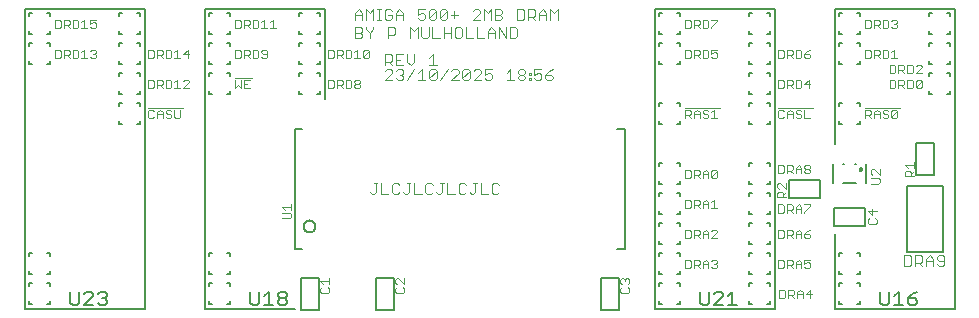
<source format=gto>
G75*
%MOIN*%
%OFA0B0*%
%FSLAX25Y25*%
%IPPOS*%
%LPD*%
%AMOC8*
5,1,8,0,0,1.08239X$1,22.5*
%
%ADD10C,0.00800*%
%ADD11C,0.00500*%
%ADD12C,0.00400*%
%ADD13C,0.00600*%
%ADD14C,0.00300*%
D10*
X0007200Y0007200D02*
X0047200Y0007200D01*
X0047200Y0107200D01*
X0007200Y0107200D01*
X0007200Y0007200D01*
X0067200Y0007200D02*
X0097200Y0007200D01*
X0067200Y0007200D02*
X0067200Y0107200D01*
X0107200Y0107200D01*
X0107200Y0077200D01*
X0217200Y0107200D02*
X0257200Y0107200D01*
X0257200Y0007200D01*
X0217200Y0007200D01*
X0217200Y0107200D01*
X0277200Y0107200D02*
X0277200Y0062200D01*
X0277200Y0032200D02*
X0277200Y0007200D01*
X0317200Y0007200D01*
X0317200Y0107200D01*
X0277200Y0107200D01*
D11*
X0292450Y0012954D02*
X0292450Y0009201D01*
X0293201Y0008450D01*
X0294702Y0008450D01*
X0295453Y0009201D01*
X0295453Y0012954D01*
X0297054Y0011453D02*
X0298555Y0012954D01*
X0298555Y0008450D01*
X0297054Y0008450D02*
X0300056Y0008450D01*
X0301658Y0009201D02*
X0302408Y0008450D01*
X0303910Y0008450D01*
X0304660Y0009201D01*
X0304660Y0009951D01*
X0303910Y0010702D01*
X0301658Y0010702D01*
X0301658Y0009201D01*
X0301658Y0010702D02*
X0303159Y0012203D01*
X0304660Y0012954D01*
X0244660Y0008450D02*
X0241658Y0008450D01*
X0243159Y0008450D02*
X0243159Y0012954D01*
X0241658Y0011453D01*
X0240056Y0011453D02*
X0240056Y0012203D01*
X0239306Y0012954D01*
X0237805Y0012954D01*
X0237054Y0012203D01*
X0235453Y0012954D02*
X0235453Y0009201D01*
X0234702Y0008450D01*
X0233201Y0008450D01*
X0232450Y0009201D01*
X0232450Y0012954D01*
X0237054Y0008450D02*
X0240056Y0011453D01*
X0240056Y0008450D02*
X0237054Y0008450D01*
X0094660Y0009201D02*
X0093910Y0008450D01*
X0092408Y0008450D01*
X0091658Y0009201D01*
X0091658Y0009951D01*
X0092408Y0010702D01*
X0093910Y0010702D01*
X0094660Y0009951D01*
X0094660Y0009201D01*
X0090056Y0008450D02*
X0087054Y0008450D01*
X0088555Y0008450D02*
X0088555Y0012954D01*
X0087054Y0011453D01*
X0085453Y0012954D02*
X0085453Y0009201D01*
X0084702Y0008450D01*
X0083201Y0008450D01*
X0082450Y0009201D01*
X0082450Y0012954D01*
X0091658Y0012203D02*
X0091658Y0011453D01*
X0092408Y0010702D01*
X0093910Y0010702D02*
X0094660Y0011453D01*
X0094660Y0012203D01*
X0093910Y0012954D01*
X0092408Y0012954D01*
X0091658Y0012203D01*
X0034660Y0012203D02*
X0034660Y0011453D01*
X0033910Y0010702D01*
X0034660Y0009951D01*
X0034660Y0009201D01*
X0033910Y0008450D01*
X0032408Y0008450D01*
X0031658Y0009201D01*
X0030056Y0008450D02*
X0027054Y0008450D01*
X0030056Y0011453D01*
X0030056Y0012203D01*
X0029306Y0012954D01*
X0027805Y0012954D01*
X0027054Y0012203D01*
X0025453Y0012954D02*
X0025453Y0009201D01*
X0024702Y0008450D01*
X0023201Y0008450D01*
X0022450Y0009201D01*
X0022450Y0012954D01*
X0031658Y0012203D02*
X0032408Y0012954D01*
X0033910Y0012954D01*
X0034660Y0012203D01*
X0033910Y0010702D02*
X0033159Y0010702D01*
D12*
X0122400Y0046001D02*
X0123001Y0045400D01*
X0123601Y0045400D01*
X0124202Y0046001D01*
X0124202Y0049003D01*
X0124802Y0049003D02*
X0123601Y0049003D01*
X0126083Y0049003D02*
X0126083Y0045400D01*
X0128485Y0045400D01*
X0129766Y0046001D02*
X0130367Y0045400D01*
X0131568Y0045400D01*
X0132168Y0046001D01*
X0133449Y0046001D02*
X0134050Y0045400D01*
X0134650Y0045400D01*
X0135251Y0046001D01*
X0135251Y0049003D01*
X0135851Y0049003D02*
X0134650Y0049003D01*
X0137133Y0049003D02*
X0137133Y0045400D01*
X0139535Y0045400D01*
X0140816Y0046001D02*
X0141416Y0045400D01*
X0142617Y0045400D01*
X0143218Y0046001D01*
X0144499Y0046001D02*
X0145099Y0045400D01*
X0145700Y0045400D01*
X0146300Y0046001D01*
X0146300Y0049003D01*
X0145700Y0049003D02*
X0146901Y0049003D01*
X0148182Y0049003D02*
X0148182Y0045400D01*
X0150584Y0045400D01*
X0151865Y0046001D02*
X0152466Y0045400D01*
X0153667Y0045400D01*
X0154267Y0046001D01*
X0155548Y0046001D02*
X0156149Y0045400D01*
X0156749Y0045400D01*
X0157350Y0046001D01*
X0157350Y0049003D01*
X0157950Y0049003D02*
X0156749Y0049003D01*
X0159231Y0049003D02*
X0159231Y0045400D01*
X0161633Y0045400D01*
X0162915Y0046001D02*
X0163515Y0045400D01*
X0164716Y0045400D01*
X0165317Y0046001D01*
X0162915Y0046001D02*
X0162915Y0048403D01*
X0163515Y0049003D01*
X0164716Y0049003D01*
X0165317Y0048403D01*
X0154267Y0048403D02*
X0153667Y0049003D01*
X0152466Y0049003D01*
X0151865Y0048403D01*
X0151865Y0046001D01*
X0143218Y0048403D02*
X0142617Y0049003D01*
X0141416Y0049003D01*
X0140816Y0048403D01*
X0140816Y0046001D01*
X0132168Y0048403D02*
X0131568Y0049003D01*
X0130367Y0049003D01*
X0129766Y0048403D01*
X0129766Y0046001D01*
X0129802Y0083400D02*
X0127400Y0083400D01*
X0129802Y0085802D01*
X0129802Y0086403D01*
X0129202Y0087003D01*
X0128001Y0087003D01*
X0127400Y0086403D01*
X0131083Y0086403D02*
X0131684Y0087003D01*
X0132885Y0087003D01*
X0133485Y0086403D01*
X0133485Y0085802D01*
X0132885Y0085202D01*
X0133485Y0084601D01*
X0133485Y0084001D01*
X0132885Y0083400D01*
X0131684Y0083400D01*
X0131083Y0084001D01*
X0132284Y0085202D02*
X0132885Y0085202D01*
X0134766Y0083400D02*
X0137168Y0087003D01*
X0138449Y0085802D02*
X0139650Y0087003D01*
X0139650Y0083400D01*
X0138449Y0083400D02*
X0140851Y0083400D01*
X0142133Y0084001D02*
X0144535Y0086403D01*
X0144535Y0084001D01*
X0143934Y0083400D01*
X0142733Y0083400D01*
X0142133Y0084001D01*
X0142133Y0086403D01*
X0142733Y0087003D01*
X0143934Y0087003D01*
X0144535Y0086403D01*
X0145816Y0083400D02*
X0148218Y0087003D01*
X0149499Y0086403D02*
X0150099Y0087003D01*
X0151300Y0087003D01*
X0151901Y0086403D01*
X0151901Y0085802D01*
X0149499Y0083400D01*
X0151901Y0083400D01*
X0153182Y0084001D02*
X0155584Y0086403D01*
X0155584Y0084001D01*
X0154984Y0083400D01*
X0153783Y0083400D01*
X0153182Y0084001D01*
X0153182Y0086403D01*
X0153783Y0087003D01*
X0154984Y0087003D01*
X0155584Y0086403D01*
X0156865Y0086403D02*
X0157466Y0087003D01*
X0158667Y0087003D01*
X0159267Y0086403D01*
X0159267Y0085802D01*
X0156865Y0083400D01*
X0159267Y0083400D01*
X0160548Y0084001D02*
X0161149Y0083400D01*
X0162350Y0083400D01*
X0162950Y0084001D01*
X0162950Y0085202D01*
X0162350Y0085802D01*
X0161749Y0085802D01*
X0160548Y0085202D01*
X0160548Y0087003D01*
X0162950Y0087003D01*
X0167915Y0085802D02*
X0169116Y0087003D01*
X0169116Y0083400D01*
X0167915Y0083400D02*
X0170317Y0083400D01*
X0171598Y0084001D02*
X0171598Y0084601D01*
X0172198Y0085202D01*
X0173399Y0085202D01*
X0174000Y0084601D01*
X0174000Y0084001D01*
X0173399Y0083400D01*
X0172198Y0083400D01*
X0171598Y0084001D01*
X0172198Y0085202D02*
X0171598Y0085802D01*
X0171598Y0086403D01*
X0172198Y0087003D01*
X0173399Y0087003D01*
X0174000Y0086403D01*
X0174000Y0085802D01*
X0173399Y0085202D01*
X0175281Y0085202D02*
X0175281Y0085802D01*
X0175881Y0085802D01*
X0175881Y0085202D01*
X0175281Y0085202D01*
X0175281Y0084001D02*
X0175281Y0083400D01*
X0175881Y0083400D01*
X0175881Y0084001D01*
X0175281Y0084001D01*
X0177122Y0084001D02*
X0177723Y0083400D01*
X0178924Y0083400D01*
X0179524Y0084001D01*
X0179524Y0085202D01*
X0178924Y0085802D01*
X0178323Y0085802D01*
X0177122Y0085202D01*
X0177122Y0087003D01*
X0179524Y0087003D01*
X0180806Y0085202D02*
X0182007Y0086403D01*
X0183208Y0087003D01*
X0182607Y0085202D02*
X0180806Y0085202D01*
X0180806Y0084001D01*
X0181406Y0083400D01*
X0182607Y0083400D01*
X0183208Y0084001D01*
X0183208Y0084601D01*
X0182607Y0085202D01*
X0170766Y0097400D02*
X0168964Y0097400D01*
X0168964Y0101003D01*
X0170766Y0101003D01*
X0171366Y0100403D01*
X0171366Y0098001D01*
X0170766Y0097400D01*
X0167683Y0097400D02*
X0167683Y0101003D01*
X0165281Y0101003D02*
X0167683Y0097400D01*
X0165281Y0097400D02*
X0165281Y0101003D01*
X0164000Y0099802D02*
X0164000Y0097400D01*
X0161598Y0097400D02*
X0161598Y0099802D01*
X0162799Y0101003D01*
X0164000Y0099802D01*
X0164000Y0099202D02*
X0161598Y0099202D01*
X0157915Y0101003D02*
X0157915Y0097400D01*
X0160317Y0097400D01*
X0156633Y0097400D02*
X0154231Y0097400D01*
X0154231Y0101003D01*
X0152950Y0100403D02*
X0152350Y0101003D01*
X0151149Y0101003D01*
X0150548Y0100403D01*
X0150548Y0098001D01*
X0151149Y0097400D01*
X0152350Y0097400D01*
X0152950Y0098001D01*
X0152950Y0100403D01*
X0149267Y0101003D02*
X0149267Y0097400D01*
X0146865Y0097400D02*
X0146865Y0101003D01*
X0146865Y0099202D02*
X0149267Y0099202D01*
X0145584Y0097400D02*
X0143182Y0097400D01*
X0143182Y0101003D01*
X0141901Y0101003D02*
X0141901Y0098001D01*
X0141300Y0097400D01*
X0140099Y0097400D01*
X0139499Y0098001D01*
X0139499Y0101003D01*
X0138218Y0101003D02*
X0138218Y0097400D01*
X0135816Y0097400D02*
X0135816Y0101003D01*
X0137017Y0099802D01*
X0138218Y0101003D01*
X0138872Y0103400D02*
X0138271Y0104001D01*
X0138872Y0103400D02*
X0140073Y0103400D01*
X0140673Y0104001D01*
X0140673Y0105202D01*
X0140073Y0105802D01*
X0139472Y0105802D01*
X0138271Y0105202D01*
X0138271Y0107003D01*
X0140673Y0107003D01*
X0141954Y0106403D02*
X0142555Y0107003D01*
X0143756Y0107003D01*
X0144356Y0106403D01*
X0141954Y0104001D01*
X0142555Y0103400D01*
X0143756Y0103400D01*
X0144356Y0104001D01*
X0144356Y0106403D01*
X0145637Y0106403D02*
X0146238Y0107003D01*
X0147439Y0107003D01*
X0148039Y0106403D01*
X0145637Y0104001D01*
X0146238Y0103400D01*
X0147439Y0103400D01*
X0148039Y0104001D01*
X0148039Y0106403D01*
X0149321Y0105202D02*
X0151723Y0105202D01*
X0150522Y0106403D02*
X0150522Y0104001D01*
X0156687Y0103400D02*
X0159089Y0105802D01*
X0159089Y0106403D01*
X0158488Y0107003D01*
X0157287Y0107003D01*
X0156687Y0106403D01*
X0156687Y0103400D02*
X0159089Y0103400D01*
X0160370Y0103400D02*
X0160370Y0107003D01*
X0161571Y0105802D01*
X0162772Y0107003D01*
X0162772Y0103400D01*
X0164053Y0103400D02*
X0165855Y0103400D01*
X0166455Y0104001D01*
X0166455Y0104601D01*
X0165855Y0105202D01*
X0164053Y0105202D01*
X0164053Y0107003D02*
X0164053Y0103400D01*
X0165855Y0105202D02*
X0166455Y0105802D01*
X0166455Y0106403D01*
X0165855Y0107003D01*
X0164053Y0107003D01*
X0171419Y0107003D02*
X0173221Y0107003D01*
X0173821Y0106403D01*
X0173821Y0104001D01*
X0173221Y0103400D01*
X0171419Y0103400D01*
X0171419Y0107003D01*
X0175103Y0107003D02*
X0176904Y0107003D01*
X0177505Y0106403D01*
X0177505Y0105202D01*
X0176904Y0104601D01*
X0175103Y0104601D01*
X0176304Y0104601D02*
X0177505Y0103400D01*
X0178786Y0103400D02*
X0178786Y0105802D01*
X0179987Y0107003D01*
X0181188Y0105802D01*
X0181188Y0103400D01*
X0182469Y0103400D02*
X0182469Y0107003D01*
X0183670Y0105802D01*
X0184871Y0107003D01*
X0184871Y0103400D01*
X0181188Y0105202D02*
X0178786Y0105202D01*
X0175103Y0107003D02*
X0175103Y0103400D01*
X0145637Y0104001D02*
X0145637Y0106403D01*
X0141954Y0106403D02*
X0141954Y0104001D01*
X0133307Y0103400D02*
X0133307Y0105802D01*
X0132106Y0107003D01*
X0130905Y0105802D01*
X0130905Y0103400D01*
X0129624Y0104001D02*
X0129624Y0105202D01*
X0128423Y0105202D01*
X0129624Y0106403D02*
X0129023Y0107003D01*
X0127822Y0107003D01*
X0127222Y0106403D01*
X0127222Y0104001D01*
X0127822Y0103400D01*
X0129023Y0103400D01*
X0129624Y0104001D01*
X0130905Y0105202D02*
X0133307Y0105202D01*
X0130251Y0101003D02*
X0128449Y0101003D01*
X0128449Y0097400D01*
X0128449Y0098601D02*
X0130251Y0098601D01*
X0130851Y0099202D01*
X0130851Y0100403D01*
X0130251Y0101003D01*
X0125967Y0103400D02*
X0124766Y0103400D01*
X0125367Y0103400D02*
X0125367Y0107003D01*
X0125967Y0107003D02*
X0124766Y0107003D01*
X0123485Y0107003D02*
X0123485Y0103400D01*
X0121083Y0103400D02*
X0121083Y0107003D01*
X0122284Y0105802D01*
X0123485Y0107003D01*
X0119802Y0105802D02*
X0119802Y0103400D01*
X0119802Y0105202D02*
X0117400Y0105202D01*
X0117400Y0105802D02*
X0117400Y0103400D01*
X0117400Y0101003D02*
X0119202Y0101003D01*
X0119802Y0100403D01*
X0119802Y0099802D01*
X0119202Y0099202D01*
X0117400Y0099202D01*
X0117400Y0101003D02*
X0117400Y0097400D01*
X0119202Y0097400D01*
X0119802Y0098001D01*
X0119802Y0098601D01*
X0119202Y0099202D01*
X0121083Y0100403D02*
X0122284Y0099202D01*
X0122284Y0097400D01*
X0122284Y0099202D02*
X0123485Y0100403D01*
X0123485Y0101003D01*
X0121083Y0101003D02*
X0121083Y0100403D01*
X0119802Y0105802D02*
X0118601Y0107003D01*
X0117400Y0105802D01*
X0127400Y0092003D02*
X0129202Y0092003D01*
X0129802Y0091403D01*
X0129802Y0090202D01*
X0129202Y0089601D01*
X0127400Y0089601D01*
X0127400Y0088400D02*
X0127400Y0092003D01*
X0128601Y0089601D02*
X0129802Y0088400D01*
X0131083Y0088400D02*
X0133485Y0088400D01*
X0134766Y0089601D02*
X0135967Y0088400D01*
X0137168Y0089601D01*
X0137168Y0092003D01*
X0134766Y0092003D02*
X0134766Y0089601D01*
X0132284Y0090202D02*
X0131083Y0090202D01*
X0131083Y0092003D02*
X0131083Y0088400D01*
X0131083Y0092003D02*
X0133485Y0092003D01*
X0142133Y0090802D02*
X0143334Y0092003D01*
X0143334Y0088400D01*
X0142133Y0088400D02*
X0144535Y0088400D01*
X0300400Y0025003D02*
X0302202Y0025003D01*
X0302802Y0024403D01*
X0302802Y0022001D01*
X0302202Y0021400D01*
X0300400Y0021400D01*
X0300400Y0025003D01*
X0304083Y0025003D02*
X0305885Y0025003D01*
X0306485Y0024403D01*
X0306485Y0023202D01*
X0305885Y0022601D01*
X0304083Y0022601D01*
X0304083Y0021400D02*
X0304083Y0025003D01*
X0305284Y0022601D02*
X0306485Y0021400D01*
X0307766Y0021400D02*
X0307766Y0023802D01*
X0308967Y0025003D01*
X0310168Y0023802D01*
X0310168Y0021400D01*
X0311449Y0022001D02*
X0312050Y0021400D01*
X0313251Y0021400D01*
X0313851Y0022001D01*
X0313851Y0024403D01*
X0313251Y0025003D01*
X0312050Y0025003D01*
X0311449Y0024403D01*
X0311449Y0023802D01*
X0312050Y0023202D01*
X0313851Y0023202D01*
X0310168Y0023202D02*
X0307766Y0023202D01*
D13*
X0313200Y0026200D02*
X0301200Y0026200D01*
X0301200Y0048200D01*
X0313200Y0048200D01*
X0313200Y0026200D01*
X0287409Y0034700D02*
X0287409Y0040700D01*
X0276991Y0040700D01*
X0276991Y0034700D01*
X0287409Y0034700D01*
X0285700Y0025700D02*
X0284700Y0025700D01*
X0285700Y0025700D02*
X0285700Y0024700D01*
X0279700Y0025700D02*
X0278700Y0025700D01*
X0278700Y0024700D01*
X0278700Y0019700D02*
X0278700Y0018700D01*
X0279700Y0018700D01*
X0284700Y0018700D02*
X0285700Y0018700D01*
X0285700Y0019700D01*
X0285700Y0015700D02*
X0284700Y0015700D01*
X0285700Y0015700D02*
X0285700Y0014700D01*
X0279700Y0015700D02*
X0278700Y0015700D01*
X0278700Y0014700D01*
X0278700Y0009700D02*
X0278700Y0008700D01*
X0279700Y0008700D01*
X0284700Y0008700D02*
X0285700Y0008700D01*
X0285700Y0009700D01*
X0255700Y0009700D02*
X0255700Y0008700D01*
X0254700Y0008700D01*
X0249700Y0008700D02*
X0248700Y0008700D01*
X0248700Y0009700D01*
X0248700Y0014700D02*
X0248700Y0015700D01*
X0249700Y0015700D01*
X0254700Y0015700D02*
X0255700Y0015700D01*
X0255700Y0014700D01*
X0255700Y0018700D02*
X0255700Y0019700D01*
X0255700Y0018700D02*
X0254700Y0018700D01*
X0249700Y0018700D02*
X0248700Y0018700D01*
X0248700Y0019700D01*
X0248700Y0024700D02*
X0248700Y0025700D01*
X0249700Y0025700D01*
X0254700Y0025700D02*
X0255700Y0025700D01*
X0255700Y0024700D01*
X0255700Y0028700D02*
X0255700Y0029700D01*
X0255700Y0028700D02*
X0254700Y0028700D01*
X0249700Y0028700D02*
X0248700Y0028700D01*
X0248700Y0029700D01*
X0248700Y0034700D02*
X0248700Y0035700D01*
X0249700Y0035700D01*
X0254700Y0035700D02*
X0255700Y0035700D01*
X0255700Y0034700D01*
X0255700Y0038700D02*
X0255700Y0039700D01*
X0255700Y0038700D02*
X0254700Y0038700D01*
X0249700Y0038700D02*
X0248700Y0038700D01*
X0248700Y0039700D01*
X0248700Y0044700D02*
X0248700Y0045700D01*
X0249700Y0045700D01*
X0254700Y0045700D02*
X0255700Y0045700D01*
X0255700Y0044700D01*
X0261991Y0044200D02*
X0261991Y0050200D01*
X0272409Y0050200D01*
X0272409Y0044200D01*
X0261991Y0044200D01*
X0255700Y0048700D02*
X0255700Y0049700D01*
X0255700Y0048700D02*
X0254700Y0048700D01*
X0249700Y0048700D02*
X0248700Y0048700D01*
X0248700Y0049700D01*
X0248700Y0054700D02*
X0248700Y0055700D01*
X0249700Y0055700D01*
X0254700Y0055700D02*
X0255700Y0055700D01*
X0255700Y0054700D01*
X0276602Y0055389D02*
X0276602Y0049011D01*
X0280145Y0049011D02*
X0284255Y0049011D01*
X0287798Y0049011D02*
X0287798Y0055389D01*
X0284255Y0055389D02*
X0283885Y0055389D01*
X0280515Y0055389D02*
X0280145Y0055389D01*
X0285546Y0053700D02*
X0285548Y0053739D01*
X0285554Y0053778D01*
X0285564Y0053816D01*
X0285577Y0053853D01*
X0285594Y0053888D01*
X0285614Y0053922D01*
X0285638Y0053953D01*
X0285665Y0053982D01*
X0285694Y0054008D01*
X0285726Y0054031D01*
X0285760Y0054051D01*
X0285796Y0054067D01*
X0285833Y0054079D01*
X0285872Y0054088D01*
X0285911Y0054093D01*
X0285950Y0054094D01*
X0285989Y0054091D01*
X0286028Y0054084D01*
X0286065Y0054073D01*
X0286102Y0054059D01*
X0286137Y0054041D01*
X0286170Y0054020D01*
X0286201Y0053995D01*
X0286229Y0053968D01*
X0286254Y0053938D01*
X0286276Y0053905D01*
X0286295Y0053871D01*
X0286310Y0053835D01*
X0286322Y0053797D01*
X0286330Y0053759D01*
X0286334Y0053720D01*
X0286334Y0053680D01*
X0286330Y0053641D01*
X0286322Y0053603D01*
X0286310Y0053565D01*
X0286295Y0053529D01*
X0286276Y0053495D01*
X0286254Y0053462D01*
X0286229Y0053432D01*
X0286201Y0053405D01*
X0286170Y0053380D01*
X0286137Y0053359D01*
X0286102Y0053341D01*
X0286065Y0053327D01*
X0286028Y0053316D01*
X0285989Y0053309D01*
X0285950Y0053306D01*
X0285911Y0053307D01*
X0285872Y0053312D01*
X0285833Y0053321D01*
X0285796Y0053333D01*
X0285760Y0053349D01*
X0285726Y0053369D01*
X0285694Y0053392D01*
X0285665Y0053418D01*
X0285638Y0053447D01*
X0285614Y0053478D01*
X0285594Y0053512D01*
X0285577Y0053547D01*
X0285564Y0053584D01*
X0285554Y0053622D01*
X0285548Y0053661D01*
X0285546Y0053700D01*
X0304200Y0051991D02*
X0310200Y0051991D01*
X0310200Y0062409D01*
X0304200Y0062409D01*
X0304200Y0051991D01*
X0285700Y0068700D02*
X0285700Y0069700D01*
X0285700Y0068700D02*
X0284700Y0068700D01*
X0279700Y0068700D02*
X0278700Y0068700D01*
X0278700Y0069700D01*
X0278700Y0074700D02*
X0278700Y0075700D01*
X0279700Y0075700D01*
X0284700Y0075700D02*
X0285700Y0075700D01*
X0285700Y0074700D01*
X0308700Y0078700D02*
X0309700Y0078700D01*
X0308700Y0078700D02*
X0308700Y0079700D01*
X0314700Y0078700D02*
X0315700Y0078700D01*
X0315700Y0079700D01*
X0315700Y0084700D02*
X0315700Y0085700D01*
X0314700Y0085700D01*
X0314700Y0088700D02*
X0315700Y0088700D01*
X0315700Y0089700D01*
X0309700Y0088700D02*
X0308700Y0088700D01*
X0308700Y0089700D01*
X0308700Y0085700D02*
X0308700Y0084700D01*
X0308700Y0085700D02*
X0309700Y0085700D01*
X0308700Y0094700D02*
X0308700Y0095700D01*
X0309700Y0095700D01*
X0309700Y0098700D02*
X0308700Y0098700D01*
X0308700Y0099700D01*
X0314700Y0098700D02*
X0315700Y0098700D01*
X0315700Y0099700D01*
X0315700Y0095700D02*
X0314700Y0095700D01*
X0315700Y0095700D02*
X0315700Y0094700D01*
X0315700Y0104700D02*
X0315700Y0105700D01*
X0314700Y0105700D01*
X0309700Y0105700D02*
X0308700Y0105700D01*
X0308700Y0104700D01*
X0285700Y0104700D02*
X0285700Y0105700D01*
X0284700Y0105700D01*
X0279700Y0105700D02*
X0278700Y0105700D01*
X0278700Y0104700D01*
X0278700Y0099700D02*
X0278700Y0098700D01*
X0279700Y0098700D01*
X0279700Y0095700D02*
X0278700Y0095700D01*
X0278700Y0094700D01*
X0284700Y0095700D02*
X0285700Y0095700D01*
X0285700Y0094700D01*
X0285700Y0098700D02*
X0285700Y0099700D01*
X0285700Y0098700D02*
X0284700Y0098700D01*
X0285700Y0089700D02*
X0285700Y0088700D01*
X0284700Y0088700D01*
X0279700Y0088700D02*
X0278700Y0088700D01*
X0278700Y0089700D01*
X0255700Y0089700D02*
X0255700Y0088700D01*
X0254700Y0088700D01*
X0249700Y0088700D02*
X0248700Y0088700D01*
X0248700Y0089700D01*
X0248700Y0085700D02*
X0248700Y0084700D01*
X0248700Y0085700D02*
X0249700Y0085700D01*
X0254700Y0085700D02*
X0255700Y0085700D01*
X0255700Y0084700D01*
X0255700Y0079700D02*
X0255700Y0078700D01*
X0254700Y0078700D01*
X0249700Y0078700D02*
X0248700Y0078700D01*
X0248700Y0079700D01*
X0248700Y0075700D02*
X0248700Y0074700D01*
X0248700Y0075700D02*
X0249700Y0075700D01*
X0254700Y0075700D02*
X0255700Y0075700D01*
X0255700Y0074700D01*
X0255700Y0069700D02*
X0255700Y0068700D01*
X0254700Y0068700D01*
X0249700Y0068700D02*
X0248700Y0068700D01*
X0248700Y0069700D01*
X0225700Y0069700D02*
X0225700Y0068700D01*
X0224700Y0068700D01*
X0219700Y0068700D02*
X0218700Y0068700D01*
X0218700Y0069700D01*
X0218700Y0074700D02*
X0218700Y0075700D01*
X0219700Y0075700D01*
X0224700Y0075700D02*
X0225700Y0075700D01*
X0225700Y0074700D01*
X0207200Y0067200D02*
X0204700Y0067200D01*
X0207200Y0067200D02*
X0207200Y0027200D01*
X0204700Y0027200D01*
X0218700Y0025700D02*
X0218700Y0024700D01*
X0218700Y0025700D02*
X0219700Y0025700D01*
X0224700Y0025700D02*
X0225700Y0025700D01*
X0225700Y0024700D01*
X0225700Y0028700D02*
X0224700Y0028700D01*
X0225700Y0028700D02*
X0225700Y0029700D01*
X0219700Y0028700D02*
X0218700Y0028700D01*
X0218700Y0029700D01*
X0218700Y0034700D02*
X0218700Y0035700D01*
X0219700Y0035700D01*
X0224700Y0035700D02*
X0225700Y0035700D01*
X0225700Y0034700D01*
X0225700Y0038700D02*
X0224700Y0038700D01*
X0225700Y0038700D02*
X0225700Y0039700D01*
X0219700Y0038700D02*
X0218700Y0038700D01*
X0218700Y0039700D01*
X0218700Y0044700D02*
X0218700Y0045700D01*
X0219700Y0045700D01*
X0224700Y0045700D02*
X0225700Y0045700D01*
X0225700Y0044700D01*
X0225700Y0048700D02*
X0224700Y0048700D01*
X0225700Y0048700D02*
X0225700Y0049700D01*
X0219700Y0048700D02*
X0218700Y0048700D01*
X0218700Y0049700D01*
X0218700Y0054700D02*
X0218700Y0055700D01*
X0219700Y0055700D01*
X0224700Y0055700D02*
X0225700Y0055700D01*
X0225700Y0054700D01*
X0225700Y0088700D02*
X0224700Y0088700D01*
X0225700Y0088700D02*
X0225700Y0089700D01*
X0219700Y0088700D02*
X0218700Y0088700D01*
X0218700Y0089700D01*
X0218700Y0094700D02*
X0218700Y0095700D01*
X0219700Y0095700D01*
X0224700Y0095700D02*
X0225700Y0095700D01*
X0225700Y0094700D01*
X0225700Y0098700D02*
X0224700Y0098700D01*
X0225700Y0098700D02*
X0225700Y0099700D01*
X0219700Y0098700D02*
X0218700Y0098700D01*
X0218700Y0099700D01*
X0218700Y0104700D02*
X0218700Y0105700D01*
X0219700Y0105700D01*
X0224700Y0105700D02*
X0225700Y0105700D01*
X0225700Y0104700D01*
X0248700Y0104700D02*
X0248700Y0105700D01*
X0249700Y0105700D01*
X0254700Y0105700D02*
X0255700Y0105700D01*
X0255700Y0104700D01*
X0255700Y0099700D02*
X0255700Y0098700D01*
X0254700Y0098700D01*
X0249700Y0098700D02*
X0248700Y0098700D01*
X0248700Y0099700D01*
X0248700Y0095700D02*
X0248700Y0094700D01*
X0248700Y0095700D02*
X0249700Y0095700D01*
X0254700Y0095700D02*
X0255700Y0095700D01*
X0255700Y0094700D01*
X0105700Y0094700D02*
X0105700Y0095700D01*
X0104700Y0095700D01*
X0099700Y0095700D02*
X0098700Y0095700D01*
X0098700Y0094700D01*
X0098700Y0098700D02*
X0099700Y0098700D01*
X0098700Y0098700D02*
X0098700Y0099700D01*
X0104700Y0098700D02*
X0105700Y0098700D01*
X0105700Y0099700D01*
X0105700Y0104700D02*
X0105700Y0105700D01*
X0104700Y0105700D01*
X0099700Y0105700D02*
X0098700Y0105700D01*
X0098700Y0104700D01*
X0075700Y0104700D02*
X0075700Y0105700D01*
X0074700Y0105700D01*
X0069700Y0105700D02*
X0068700Y0105700D01*
X0068700Y0104700D01*
X0068700Y0099700D02*
X0068700Y0098700D01*
X0069700Y0098700D01*
X0074700Y0098700D02*
X0075700Y0098700D01*
X0075700Y0099700D01*
X0075700Y0095700D02*
X0074700Y0095700D01*
X0075700Y0095700D02*
X0075700Y0094700D01*
X0069700Y0095700D02*
X0068700Y0095700D01*
X0068700Y0094700D01*
X0068700Y0089700D02*
X0068700Y0088700D01*
X0069700Y0088700D01*
X0074700Y0088700D02*
X0075700Y0088700D01*
X0075700Y0089700D01*
X0075700Y0085700D02*
X0074700Y0085700D01*
X0075700Y0085700D02*
X0075700Y0084700D01*
X0069700Y0085700D02*
X0068700Y0085700D01*
X0068700Y0084700D01*
X0068700Y0079700D02*
X0068700Y0078700D01*
X0069700Y0078700D01*
X0074700Y0078700D02*
X0075700Y0078700D01*
X0075700Y0079700D01*
X0098700Y0079700D02*
X0098700Y0078700D01*
X0099700Y0078700D01*
X0104700Y0078700D02*
X0105700Y0078700D01*
X0105700Y0079700D01*
X0105700Y0084700D02*
X0105700Y0085700D01*
X0104700Y0085700D01*
X0099700Y0085700D02*
X0098700Y0085700D01*
X0098700Y0084700D01*
X0098700Y0088700D02*
X0099700Y0088700D01*
X0098700Y0088700D02*
X0098700Y0089700D01*
X0104700Y0088700D02*
X0105700Y0088700D01*
X0105700Y0089700D01*
X0099700Y0067200D02*
X0097200Y0067200D01*
X0097200Y0027200D01*
X0099700Y0027200D01*
X0100231Y0034700D02*
X0100233Y0034788D01*
X0100239Y0034876D01*
X0100249Y0034964D01*
X0100263Y0035052D01*
X0100280Y0035138D01*
X0100302Y0035224D01*
X0100327Y0035308D01*
X0100357Y0035392D01*
X0100389Y0035474D01*
X0100426Y0035554D01*
X0100466Y0035633D01*
X0100510Y0035710D01*
X0100557Y0035785D01*
X0100607Y0035857D01*
X0100661Y0035928D01*
X0100717Y0035995D01*
X0100777Y0036061D01*
X0100839Y0036123D01*
X0100905Y0036183D01*
X0100972Y0036239D01*
X0101043Y0036293D01*
X0101115Y0036343D01*
X0101190Y0036390D01*
X0101267Y0036434D01*
X0101346Y0036474D01*
X0101426Y0036511D01*
X0101508Y0036543D01*
X0101592Y0036573D01*
X0101676Y0036598D01*
X0101762Y0036620D01*
X0101848Y0036637D01*
X0101936Y0036651D01*
X0102024Y0036661D01*
X0102112Y0036667D01*
X0102200Y0036669D01*
X0102288Y0036667D01*
X0102376Y0036661D01*
X0102464Y0036651D01*
X0102552Y0036637D01*
X0102638Y0036620D01*
X0102724Y0036598D01*
X0102808Y0036573D01*
X0102892Y0036543D01*
X0102974Y0036511D01*
X0103054Y0036474D01*
X0103133Y0036434D01*
X0103210Y0036390D01*
X0103285Y0036343D01*
X0103357Y0036293D01*
X0103428Y0036239D01*
X0103495Y0036183D01*
X0103561Y0036123D01*
X0103623Y0036061D01*
X0103683Y0035995D01*
X0103739Y0035928D01*
X0103793Y0035857D01*
X0103843Y0035785D01*
X0103890Y0035710D01*
X0103934Y0035633D01*
X0103974Y0035554D01*
X0104011Y0035474D01*
X0104043Y0035392D01*
X0104073Y0035308D01*
X0104098Y0035224D01*
X0104120Y0035138D01*
X0104137Y0035052D01*
X0104151Y0034964D01*
X0104161Y0034876D01*
X0104167Y0034788D01*
X0104169Y0034700D01*
X0104167Y0034612D01*
X0104161Y0034524D01*
X0104151Y0034436D01*
X0104137Y0034348D01*
X0104120Y0034262D01*
X0104098Y0034176D01*
X0104073Y0034092D01*
X0104043Y0034008D01*
X0104011Y0033926D01*
X0103974Y0033846D01*
X0103934Y0033767D01*
X0103890Y0033690D01*
X0103843Y0033615D01*
X0103793Y0033543D01*
X0103739Y0033472D01*
X0103683Y0033405D01*
X0103623Y0033339D01*
X0103561Y0033277D01*
X0103495Y0033217D01*
X0103428Y0033161D01*
X0103357Y0033107D01*
X0103285Y0033057D01*
X0103210Y0033010D01*
X0103133Y0032966D01*
X0103054Y0032926D01*
X0102974Y0032889D01*
X0102892Y0032857D01*
X0102808Y0032827D01*
X0102724Y0032802D01*
X0102638Y0032780D01*
X0102552Y0032763D01*
X0102464Y0032749D01*
X0102376Y0032739D01*
X0102288Y0032733D01*
X0102200Y0032731D01*
X0102112Y0032733D01*
X0102024Y0032739D01*
X0101936Y0032749D01*
X0101848Y0032763D01*
X0101762Y0032780D01*
X0101676Y0032802D01*
X0101592Y0032827D01*
X0101508Y0032857D01*
X0101426Y0032889D01*
X0101346Y0032926D01*
X0101267Y0032966D01*
X0101190Y0033010D01*
X0101115Y0033057D01*
X0101043Y0033107D01*
X0100972Y0033161D01*
X0100905Y0033217D01*
X0100839Y0033277D01*
X0100777Y0033339D01*
X0100717Y0033405D01*
X0100661Y0033472D01*
X0100607Y0033543D01*
X0100557Y0033615D01*
X0100510Y0033690D01*
X0100466Y0033767D01*
X0100426Y0033846D01*
X0100389Y0033926D01*
X0100357Y0034008D01*
X0100327Y0034092D01*
X0100302Y0034176D01*
X0100280Y0034262D01*
X0100263Y0034348D01*
X0100249Y0034436D01*
X0100239Y0034524D01*
X0100233Y0034612D01*
X0100231Y0034700D01*
X0075700Y0025700D02*
X0074700Y0025700D01*
X0075700Y0025700D02*
X0075700Y0024700D01*
X0069700Y0025700D02*
X0068700Y0025700D01*
X0068700Y0024700D01*
X0068700Y0019700D02*
X0068700Y0018700D01*
X0069700Y0018700D01*
X0074700Y0018700D02*
X0075700Y0018700D01*
X0075700Y0019700D01*
X0075700Y0015700D02*
X0074700Y0015700D01*
X0075700Y0015700D02*
X0075700Y0014700D01*
X0069700Y0015700D02*
X0068700Y0015700D01*
X0068700Y0014700D01*
X0068700Y0009700D02*
X0068700Y0008700D01*
X0069700Y0008700D01*
X0074700Y0008700D02*
X0075700Y0008700D01*
X0075700Y0009700D01*
X0099200Y0006991D02*
X0105200Y0006991D01*
X0105200Y0017409D01*
X0099200Y0017409D01*
X0099200Y0006991D01*
X0124200Y0006991D02*
X0130200Y0006991D01*
X0130200Y0017409D01*
X0124200Y0017409D01*
X0124200Y0006991D01*
X0199200Y0006991D02*
X0205200Y0006991D01*
X0205200Y0017409D01*
X0199200Y0017409D01*
X0199200Y0006991D01*
X0218700Y0008700D02*
X0219700Y0008700D01*
X0218700Y0008700D02*
X0218700Y0009700D01*
X0224700Y0008700D02*
X0225700Y0008700D01*
X0225700Y0009700D01*
X0225700Y0014700D02*
X0225700Y0015700D01*
X0224700Y0015700D01*
X0219700Y0015700D02*
X0218700Y0015700D01*
X0218700Y0014700D01*
X0218700Y0018700D02*
X0219700Y0018700D01*
X0218700Y0018700D02*
X0218700Y0019700D01*
X0224700Y0018700D02*
X0225700Y0018700D01*
X0225700Y0019700D01*
X0045700Y0068700D02*
X0045700Y0069700D01*
X0045700Y0068700D02*
X0044700Y0068700D01*
X0039700Y0068700D02*
X0038700Y0068700D01*
X0038700Y0069700D01*
X0038700Y0074700D02*
X0038700Y0075700D01*
X0039700Y0075700D01*
X0039700Y0078700D02*
X0038700Y0078700D01*
X0038700Y0079700D01*
X0044700Y0078700D02*
X0045700Y0078700D01*
X0045700Y0079700D01*
X0045700Y0075700D02*
X0044700Y0075700D01*
X0045700Y0075700D02*
X0045700Y0074700D01*
X0045700Y0084700D02*
X0045700Y0085700D01*
X0044700Y0085700D01*
X0044700Y0088700D02*
X0045700Y0088700D01*
X0045700Y0089700D01*
X0039700Y0088700D02*
X0038700Y0088700D01*
X0038700Y0089700D01*
X0038700Y0085700D02*
X0038700Y0084700D01*
X0038700Y0085700D02*
X0039700Y0085700D01*
X0038700Y0094700D02*
X0038700Y0095700D01*
X0039700Y0095700D01*
X0039700Y0098700D02*
X0038700Y0098700D01*
X0038700Y0099700D01*
X0044700Y0098700D02*
X0045700Y0098700D01*
X0045700Y0099700D01*
X0045700Y0095700D02*
X0044700Y0095700D01*
X0045700Y0095700D02*
X0045700Y0094700D01*
X0045700Y0104700D02*
X0045700Y0105700D01*
X0044700Y0105700D01*
X0039700Y0105700D02*
X0038700Y0105700D01*
X0038700Y0104700D01*
X0015700Y0104700D02*
X0015700Y0105700D01*
X0014700Y0105700D01*
X0009700Y0105700D02*
X0008700Y0105700D01*
X0008700Y0104700D01*
X0008700Y0099700D02*
X0008700Y0098700D01*
X0009700Y0098700D01*
X0009700Y0095700D02*
X0008700Y0095700D01*
X0008700Y0094700D01*
X0014700Y0095700D02*
X0015700Y0095700D01*
X0015700Y0094700D01*
X0015700Y0098700D02*
X0015700Y0099700D01*
X0015700Y0098700D02*
X0014700Y0098700D01*
X0015700Y0089700D02*
X0015700Y0088700D01*
X0014700Y0088700D01*
X0009700Y0088700D02*
X0008700Y0088700D01*
X0008700Y0089700D01*
X0008700Y0025700D02*
X0008700Y0024700D01*
X0008700Y0025700D02*
X0009700Y0025700D01*
X0014700Y0025700D02*
X0015700Y0025700D01*
X0015700Y0024700D01*
X0015700Y0019700D02*
X0015700Y0018700D01*
X0014700Y0018700D01*
X0009700Y0018700D02*
X0008700Y0018700D01*
X0008700Y0019700D01*
X0008700Y0015700D02*
X0008700Y0014700D01*
X0008700Y0015700D02*
X0009700Y0015700D01*
X0014700Y0015700D02*
X0015700Y0015700D01*
X0015700Y0014700D01*
X0015700Y0009700D02*
X0015700Y0008700D01*
X0014700Y0008700D01*
X0009700Y0008700D02*
X0008700Y0008700D01*
X0008700Y0009700D01*
D14*
X0093148Y0037350D02*
X0095566Y0037350D01*
X0096050Y0037834D01*
X0096050Y0038801D01*
X0095566Y0039285D01*
X0093148Y0039285D01*
X0094115Y0040297D02*
X0093148Y0041264D01*
X0096050Y0041264D01*
X0096050Y0040297D02*
X0096050Y0042231D01*
X0108750Y0017338D02*
X0108750Y0015403D01*
X0108750Y0016371D02*
X0105848Y0016371D01*
X0106815Y0015403D01*
X0106331Y0014392D02*
X0105848Y0013908D01*
X0105848Y0012941D01*
X0106331Y0012457D01*
X0108266Y0012457D01*
X0108750Y0012941D01*
X0108750Y0013908D01*
X0108266Y0014392D01*
X0130848Y0013908D02*
X0130848Y0012941D01*
X0131331Y0012457D01*
X0133266Y0012457D01*
X0133750Y0012941D01*
X0133750Y0013908D01*
X0133266Y0014392D01*
X0133750Y0015403D02*
X0131815Y0017338D01*
X0131331Y0017338D01*
X0130848Y0016855D01*
X0130848Y0015887D01*
X0131331Y0015403D01*
X0131331Y0014392D02*
X0130848Y0013908D01*
X0133750Y0015403D02*
X0133750Y0017338D01*
X0205848Y0016855D02*
X0206331Y0017338D01*
X0206815Y0017338D01*
X0207299Y0016855D01*
X0207783Y0017338D01*
X0208266Y0017338D01*
X0208750Y0016855D01*
X0208750Y0015887D01*
X0208266Y0015403D01*
X0208266Y0014392D02*
X0208750Y0013908D01*
X0208750Y0012941D01*
X0208266Y0012457D01*
X0206331Y0012457D01*
X0205848Y0012941D01*
X0205848Y0013908D01*
X0206331Y0014392D01*
X0206331Y0015403D02*
X0205848Y0015887D01*
X0205848Y0016855D01*
X0207299Y0016855D02*
X0207299Y0016371D01*
X0227350Y0020750D02*
X0228801Y0020750D01*
X0229285Y0021234D01*
X0229285Y0023169D01*
X0228801Y0023652D01*
X0227350Y0023652D01*
X0227350Y0020750D01*
X0230297Y0020750D02*
X0230297Y0023652D01*
X0231748Y0023652D01*
X0232231Y0023169D01*
X0232231Y0022201D01*
X0231748Y0021717D01*
X0230297Y0021717D01*
X0231264Y0021717D02*
X0232231Y0020750D01*
X0233243Y0020750D02*
X0233243Y0022685D01*
X0234211Y0023652D01*
X0235178Y0022685D01*
X0235178Y0020750D01*
X0236190Y0021234D02*
X0236673Y0020750D01*
X0237641Y0020750D01*
X0238125Y0021234D01*
X0238125Y0021717D01*
X0237641Y0022201D01*
X0237157Y0022201D01*
X0237641Y0022201D02*
X0238125Y0022685D01*
X0238125Y0023169D01*
X0237641Y0023652D01*
X0236673Y0023652D01*
X0236190Y0023169D01*
X0235178Y0022201D02*
X0233243Y0022201D01*
X0233243Y0030750D02*
X0233243Y0032685D01*
X0234211Y0033652D01*
X0235178Y0032685D01*
X0235178Y0030750D01*
X0236190Y0030750D02*
X0238125Y0032685D01*
X0238125Y0033169D01*
X0237641Y0033652D01*
X0236673Y0033652D01*
X0236190Y0033169D01*
X0235178Y0032201D02*
X0233243Y0032201D01*
X0232231Y0032201D02*
X0231748Y0031717D01*
X0230297Y0031717D01*
X0231264Y0031717D02*
X0232231Y0030750D01*
X0232231Y0032201D02*
X0232231Y0033169D01*
X0231748Y0033652D01*
X0230297Y0033652D01*
X0230297Y0030750D01*
X0229285Y0031234D02*
X0229285Y0033169D01*
X0228801Y0033652D01*
X0227350Y0033652D01*
X0227350Y0030750D01*
X0228801Y0030750D01*
X0229285Y0031234D01*
X0236190Y0030750D02*
X0238125Y0030750D01*
X0258350Y0030750D02*
X0259801Y0030750D01*
X0260285Y0031234D01*
X0260285Y0033169D01*
X0259801Y0033652D01*
X0258350Y0033652D01*
X0258350Y0030750D01*
X0261297Y0030750D02*
X0261297Y0033652D01*
X0262748Y0033652D01*
X0263231Y0033169D01*
X0263231Y0032201D01*
X0262748Y0031717D01*
X0261297Y0031717D01*
X0262264Y0031717D02*
X0263231Y0030750D01*
X0264243Y0030750D02*
X0264243Y0032685D01*
X0265211Y0033652D01*
X0266178Y0032685D01*
X0266178Y0030750D01*
X0267190Y0031234D02*
X0267673Y0030750D01*
X0268641Y0030750D01*
X0269125Y0031234D01*
X0269125Y0031717D01*
X0268641Y0032201D01*
X0267190Y0032201D01*
X0267190Y0031234D01*
X0267190Y0032201D02*
X0268157Y0033169D01*
X0269125Y0033652D01*
X0266178Y0032201D02*
X0264243Y0032201D01*
X0264243Y0039150D02*
X0264243Y0041085D01*
X0265211Y0042052D01*
X0266178Y0041085D01*
X0266178Y0039150D01*
X0267190Y0039150D02*
X0267190Y0039634D01*
X0269125Y0041569D01*
X0269125Y0042052D01*
X0267190Y0042052D01*
X0266178Y0040601D02*
X0264243Y0040601D01*
X0263231Y0040601D02*
X0262748Y0040117D01*
X0261297Y0040117D01*
X0262264Y0040117D02*
X0263231Y0039150D01*
X0263231Y0040601D02*
X0263231Y0041569D01*
X0262748Y0042052D01*
X0261297Y0042052D01*
X0261297Y0039150D01*
X0260285Y0039634D02*
X0259801Y0039150D01*
X0258350Y0039150D01*
X0258350Y0042052D01*
X0259801Y0042052D01*
X0260285Y0041569D01*
X0260285Y0039634D01*
X0260083Y0044350D02*
X0260083Y0045801D01*
X0259599Y0046285D01*
X0258631Y0046285D01*
X0258148Y0045801D01*
X0258148Y0044350D01*
X0261050Y0044350D01*
X0260083Y0045317D02*
X0261050Y0046285D01*
X0261050Y0047297D02*
X0259115Y0049231D01*
X0258631Y0049231D01*
X0258148Y0048748D01*
X0258148Y0047780D01*
X0258631Y0047297D01*
X0261050Y0047297D02*
X0261050Y0049231D01*
X0261297Y0052350D02*
X0261297Y0055252D01*
X0262748Y0055252D01*
X0263231Y0054769D01*
X0263231Y0053801D01*
X0262748Y0053317D01*
X0261297Y0053317D01*
X0262264Y0053317D02*
X0263231Y0052350D01*
X0264243Y0052350D02*
X0264243Y0054285D01*
X0265211Y0055252D01*
X0266178Y0054285D01*
X0266178Y0052350D01*
X0267190Y0052834D02*
X0267673Y0052350D01*
X0268641Y0052350D01*
X0269125Y0052834D01*
X0269125Y0053317D01*
X0268641Y0053801D01*
X0267673Y0053801D01*
X0267190Y0054285D01*
X0267190Y0054769D01*
X0267673Y0055252D01*
X0268641Y0055252D01*
X0269125Y0054769D01*
X0269125Y0054285D01*
X0268641Y0053801D01*
X0267673Y0053801D02*
X0267190Y0053317D01*
X0267190Y0052834D01*
X0266178Y0053801D02*
X0264243Y0053801D01*
X0260285Y0052834D02*
X0259801Y0052350D01*
X0258350Y0052350D01*
X0258350Y0055252D01*
X0259801Y0055252D01*
X0260285Y0054769D01*
X0260285Y0052834D01*
X0238125Y0053169D02*
X0236190Y0051234D01*
X0236673Y0050750D01*
X0237641Y0050750D01*
X0238125Y0051234D01*
X0238125Y0053169D01*
X0237641Y0053652D01*
X0236673Y0053652D01*
X0236190Y0053169D01*
X0236190Y0051234D01*
X0235178Y0050750D02*
X0235178Y0052685D01*
X0234211Y0053652D01*
X0233243Y0052685D01*
X0233243Y0050750D01*
X0232231Y0050750D02*
X0231264Y0051717D01*
X0231748Y0051717D02*
X0230297Y0051717D01*
X0230297Y0050750D02*
X0230297Y0053652D01*
X0231748Y0053652D01*
X0232231Y0053169D01*
X0232231Y0052201D01*
X0231748Y0051717D01*
X0233243Y0052201D02*
X0235178Y0052201D01*
X0229285Y0051234D02*
X0229285Y0053169D01*
X0228801Y0053652D01*
X0227350Y0053652D01*
X0227350Y0050750D01*
X0228801Y0050750D01*
X0229285Y0051234D01*
X0228801Y0043652D02*
X0227350Y0043652D01*
X0227350Y0040750D01*
X0228801Y0040750D01*
X0229285Y0041234D01*
X0229285Y0043169D01*
X0228801Y0043652D01*
X0230297Y0043652D02*
X0231748Y0043652D01*
X0232231Y0043169D01*
X0232231Y0042201D01*
X0231748Y0041717D01*
X0230297Y0041717D01*
X0231264Y0041717D02*
X0232231Y0040750D01*
X0233243Y0040750D02*
X0233243Y0042685D01*
X0234211Y0043652D01*
X0235178Y0042685D01*
X0235178Y0040750D01*
X0236190Y0040750D02*
X0238125Y0040750D01*
X0237157Y0040750D02*
X0237157Y0043652D01*
X0236190Y0042685D01*
X0235178Y0042201D02*
X0233243Y0042201D01*
X0230297Y0040750D02*
X0230297Y0043652D01*
X0258350Y0023652D02*
X0259801Y0023652D01*
X0260285Y0023169D01*
X0260285Y0021234D01*
X0259801Y0020750D01*
X0258350Y0020750D01*
X0258350Y0023652D01*
X0261297Y0023652D02*
X0262748Y0023652D01*
X0263231Y0023169D01*
X0263231Y0022201D01*
X0262748Y0021717D01*
X0261297Y0021717D01*
X0262264Y0021717D02*
X0263231Y0020750D01*
X0264243Y0020750D02*
X0264243Y0022685D01*
X0265211Y0023652D01*
X0266178Y0022685D01*
X0266178Y0020750D01*
X0267190Y0021234D02*
X0267673Y0020750D01*
X0268641Y0020750D01*
X0269125Y0021234D01*
X0269125Y0022201D01*
X0268641Y0022685D01*
X0268157Y0022685D01*
X0267190Y0022201D01*
X0267190Y0023652D01*
X0269125Y0023652D01*
X0266178Y0022201D02*
X0264243Y0022201D01*
X0261297Y0020750D02*
X0261297Y0023652D01*
X0261797Y0013652D02*
X0263248Y0013652D01*
X0263731Y0013169D01*
X0263731Y0012201D01*
X0263248Y0011717D01*
X0261797Y0011717D01*
X0261797Y0010750D02*
X0261797Y0013652D01*
X0260785Y0013169D02*
X0260301Y0013652D01*
X0258850Y0013652D01*
X0258850Y0010750D01*
X0260301Y0010750D01*
X0260785Y0011234D01*
X0260785Y0013169D01*
X0264743Y0012685D02*
X0265711Y0013652D01*
X0266678Y0012685D01*
X0266678Y0010750D01*
X0266678Y0012201D02*
X0264743Y0012201D01*
X0264743Y0012685D02*
X0264743Y0010750D01*
X0263731Y0010750D02*
X0262764Y0011717D01*
X0267690Y0012201D02*
X0269625Y0012201D01*
X0269141Y0010750D02*
X0269141Y0013652D01*
X0267690Y0012201D01*
X0288831Y0035457D02*
X0290766Y0035457D01*
X0291250Y0035941D01*
X0291250Y0036908D01*
X0290766Y0037392D01*
X0289799Y0038403D02*
X0289799Y0040338D01*
X0291250Y0039855D02*
X0288348Y0039855D01*
X0289799Y0038403D01*
X0288831Y0037392D02*
X0288348Y0036908D01*
X0288348Y0035941D01*
X0288831Y0035457D01*
X0289348Y0048957D02*
X0291766Y0048957D01*
X0292250Y0049441D01*
X0292250Y0050408D01*
X0291766Y0050892D01*
X0289348Y0050892D01*
X0289831Y0051903D02*
X0289348Y0052387D01*
X0289348Y0053355D01*
X0289831Y0053838D01*
X0290315Y0053838D01*
X0292250Y0051903D01*
X0292250Y0053838D01*
X0300648Y0052801D02*
X0300648Y0051350D01*
X0303550Y0051350D01*
X0302583Y0051350D02*
X0302583Y0052801D01*
X0302099Y0053285D01*
X0301131Y0053285D01*
X0300648Y0052801D01*
X0301615Y0054297D02*
X0300648Y0055264D01*
X0303550Y0055264D01*
X0303550Y0054297D02*
X0303550Y0056231D01*
X0303550Y0053285D02*
X0302583Y0052317D01*
X0297641Y0070750D02*
X0296673Y0070750D01*
X0296190Y0071234D01*
X0298125Y0073169D01*
X0298125Y0071234D01*
X0297641Y0070750D01*
X0296190Y0071234D02*
X0296190Y0073169D01*
X0296673Y0073652D01*
X0297641Y0073652D01*
X0298125Y0073169D01*
X0298986Y0074250D02*
X0287200Y0074250D01*
X0287350Y0073652D02*
X0288801Y0073652D01*
X0289285Y0073169D01*
X0289285Y0072201D01*
X0288801Y0071717D01*
X0287350Y0071717D01*
X0287350Y0070750D02*
X0287350Y0073652D01*
X0288317Y0071717D02*
X0289285Y0070750D01*
X0290297Y0070750D02*
X0290297Y0072685D01*
X0291264Y0073652D01*
X0292231Y0072685D01*
X0292231Y0070750D01*
X0293243Y0071234D02*
X0293727Y0070750D01*
X0294694Y0070750D01*
X0295178Y0071234D01*
X0295178Y0071717D01*
X0294694Y0072201D01*
X0293727Y0072201D01*
X0293243Y0072685D01*
X0293243Y0073169D01*
X0293727Y0073652D01*
X0294694Y0073652D01*
X0295178Y0073169D01*
X0292231Y0072201D02*
X0290297Y0072201D01*
X0269986Y0074250D02*
X0258200Y0074250D01*
X0258834Y0073652D02*
X0258350Y0073169D01*
X0258350Y0071234D01*
X0258834Y0070750D01*
X0259801Y0070750D01*
X0260285Y0071234D01*
X0261297Y0070750D02*
X0261297Y0072685D01*
X0262264Y0073652D01*
X0263231Y0072685D01*
X0263231Y0070750D01*
X0264243Y0071234D02*
X0264727Y0070750D01*
X0265694Y0070750D01*
X0266178Y0071234D01*
X0266178Y0071717D01*
X0265694Y0072201D01*
X0264727Y0072201D01*
X0264243Y0072685D01*
X0264243Y0073169D01*
X0264727Y0073652D01*
X0265694Y0073652D01*
X0266178Y0073169D01*
X0267190Y0073652D02*
X0267190Y0070750D01*
X0269125Y0070750D01*
X0263231Y0072201D02*
X0261297Y0072201D01*
X0260285Y0073169D02*
X0259801Y0073652D01*
X0258834Y0073652D01*
X0238986Y0074250D02*
X0227200Y0074250D01*
X0227350Y0073652D02*
X0228801Y0073652D01*
X0229285Y0073169D01*
X0229285Y0072201D01*
X0228801Y0071717D01*
X0227350Y0071717D01*
X0227350Y0070750D02*
X0227350Y0073652D01*
X0228317Y0071717D02*
X0229285Y0070750D01*
X0230297Y0070750D02*
X0230297Y0072685D01*
X0231264Y0073652D01*
X0232231Y0072685D01*
X0232231Y0070750D01*
X0233243Y0071234D02*
X0233727Y0070750D01*
X0234694Y0070750D01*
X0235178Y0071234D01*
X0235178Y0071717D01*
X0234694Y0072201D01*
X0233727Y0072201D01*
X0233243Y0072685D01*
X0233243Y0073169D01*
X0233727Y0073652D01*
X0234694Y0073652D01*
X0235178Y0073169D01*
X0236190Y0072685D02*
X0237157Y0073652D01*
X0237157Y0070750D01*
X0236190Y0070750D02*
X0238125Y0070750D01*
X0232231Y0072201D02*
X0230297Y0072201D01*
X0258350Y0080750D02*
X0259801Y0080750D01*
X0260285Y0081234D01*
X0260285Y0083169D01*
X0259801Y0083652D01*
X0258350Y0083652D01*
X0258350Y0080750D01*
X0261297Y0080750D02*
X0261297Y0083652D01*
X0262748Y0083652D01*
X0263231Y0083169D01*
X0263231Y0082201D01*
X0262748Y0081717D01*
X0261297Y0081717D01*
X0262264Y0081717D02*
X0263231Y0080750D01*
X0264243Y0080750D02*
X0265694Y0080750D01*
X0266178Y0081234D01*
X0266178Y0083169D01*
X0265694Y0083652D01*
X0264243Y0083652D01*
X0264243Y0080750D01*
X0267190Y0082201D02*
X0269125Y0082201D01*
X0268641Y0080750D02*
X0268641Y0083652D01*
X0267190Y0082201D01*
X0267673Y0090750D02*
X0268641Y0090750D01*
X0269125Y0091234D01*
X0269125Y0091717D01*
X0268641Y0092201D01*
X0267190Y0092201D01*
X0267190Y0091234D01*
X0267673Y0090750D01*
X0266178Y0091234D02*
X0266178Y0093169D01*
X0265694Y0093652D01*
X0264243Y0093652D01*
X0264243Y0090750D01*
X0265694Y0090750D01*
X0266178Y0091234D01*
X0267190Y0092201D02*
X0268157Y0093169D01*
X0269125Y0093652D01*
X0263231Y0093169D02*
X0263231Y0092201D01*
X0262748Y0091717D01*
X0261297Y0091717D01*
X0262264Y0091717D02*
X0263231Y0090750D01*
X0261297Y0090750D02*
X0261297Y0093652D01*
X0262748Y0093652D01*
X0263231Y0093169D01*
X0260285Y0093169D02*
X0260285Y0091234D01*
X0259801Y0090750D01*
X0258350Y0090750D01*
X0258350Y0093652D01*
X0259801Y0093652D01*
X0260285Y0093169D01*
X0238125Y0093652D02*
X0236190Y0093652D01*
X0236190Y0092201D01*
X0237157Y0092685D01*
X0237641Y0092685D01*
X0238125Y0092201D01*
X0238125Y0091234D01*
X0237641Y0090750D01*
X0236673Y0090750D01*
X0236190Y0091234D01*
X0235178Y0091234D02*
X0234694Y0090750D01*
X0233243Y0090750D01*
X0233243Y0093652D01*
X0234694Y0093652D01*
X0235178Y0093169D01*
X0235178Y0091234D01*
X0232231Y0090750D02*
X0231264Y0091717D01*
X0231748Y0091717D02*
X0230297Y0091717D01*
X0230297Y0090750D02*
X0230297Y0093652D01*
X0231748Y0093652D01*
X0232231Y0093169D01*
X0232231Y0092201D01*
X0231748Y0091717D01*
X0229285Y0091234D02*
X0229285Y0093169D01*
X0228801Y0093652D01*
X0227350Y0093652D01*
X0227350Y0090750D01*
X0228801Y0090750D01*
X0229285Y0091234D01*
X0228801Y0100750D02*
X0227350Y0100750D01*
X0227350Y0103652D01*
X0228801Y0103652D01*
X0229285Y0103169D01*
X0229285Y0101234D01*
X0228801Y0100750D01*
X0230297Y0100750D02*
X0230297Y0103652D01*
X0231748Y0103652D01*
X0232231Y0103169D01*
X0232231Y0102201D01*
X0231748Y0101717D01*
X0230297Y0101717D01*
X0231264Y0101717D02*
X0232231Y0100750D01*
X0233243Y0100750D02*
X0234694Y0100750D01*
X0235178Y0101234D01*
X0235178Y0103169D01*
X0234694Y0103652D01*
X0233243Y0103652D01*
X0233243Y0100750D01*
X0236190Y0100750D02*
X0236190Y0101234D01*
X0238125Y0103169D01*
X0238125Y0103652D01*
X0236190Y0103652D01*
X0287350Y0103652D02*
X0287350Y0100750D01*
X0288801Y0100750D01*
X0289285Y0101234D01*
X0289285Y0103169D01*
X0288801Y0103652D01*
X0287350Y0103652D01*
X0290297Y0103652D02*
X0291748Y0103652D01*
X0292231Y0103169D01*
X0292231Y0102201D01*
X0291748Y0101717D01*
X0290297Y0101717D01*
X0291264Y0101717D02*
X0292231Y0100750D01*
X0293243Y0100750D02*
X0294694Y0100750D01*
X0295178Y0101234D01*
X0295178Y0103169D01*
X0294694Y0103652D01*
X0293243Y0103652D01*
X0293243Y0100750D01*
X0290297Y0100750D02*
X0290297Y0103652D01*
X0296190Y0103169D02*
X0296673Y0103652D01*
X0297641Y0103652D01*
X0298125Y0103169D01*
X0298125Y0102685D01*
X0297641Y0102201D01*
X0298125Y0101717D01*
X0298125Y0101234D01*
X0297641Y0100750D01*
X0296673Y0100750D01*
X0296190Y0101234D01*
X0297157Y0102201D02*
X0297641Y0102201D01*
X0297157Y0093652D02*
X0297157Y0090750D01*
X0296190Y0090750D02*
X0298125Y0090750D01*
X0298510Y0088652D02*
X0299962Y0088652D01*
X0300445Y0088169D01*
X0300445Y0087201D01*
X0299962Y0086717D01*
X0298510Y0086717D01*
X0298510Y0085750D02*
X0298510Y0088652D01*
X0297499Y0088169D02*
X0297015Y0088652D01*
X0295564Y0088652D01*
X0295564Y0085750D01*
X0297015Y0085750D01*
X0297499Y0086234D01*
X0297499Y0088169D01*
X0299478Y0086717D02*
X0300445Y0085750D01*
X0301457Y0085750D02*
X0302908Y0085750D01*
X0303392Y0086234D01*
X0303392Y0088169D01*
X0302908Y0088652D01*
X0301457Y0088652D01*
X0301457Y0085750D01*
X0304403Y0085750D02*
X0306338Y0087685D01*
X0306338Y0088169D01*
X0305855Y0088652D01*
X0304887Y0088652D01*
X0304403Y0088169D01*
X0304403Y0085750D02*
X0306338Y0085750D01*
X0305855Y0083652D02*
X0306338Y0083169D01*
X0304403Y0081234D01*
X0304887Y0080750D01*
X0305855Y0080750D01*
X0306338Y0081234D01*
X0306338Y0083169D01*
X0305855Y0083652D02*
X0304887Y0083652D01*
X0304403Y0083169D01*
X0304403Y0081234D01*
X0303392Y0081234D02*
X0303392Y0083169D01*
X0302908Y0083652D01*
X0301457Y0083652D01*
X0301457Y0080750D01*
X0302908Y0080750D01*
X0303392Y0081234D01*
X0300445Y0080750D02*
X0299478Y0081717D01*
X0299962Y0081717D02*
X0298510Y0081717D01*
X0298510Y0080750D02*
X0298510Y0083652D01*
X0299962Y0083652D01*
X0300445Y0083169D01*
X0300445Y0082201D01*
X0299962Y0081717D01*
X0297499Y0081234D02*
X0297499Y0083169D01*
X0297015Y0083652D01*
X0295564Y0083652D01*
X0295564Y0080750D01*
X0297015Y0080750D01*
X0297499Y0081234D01*
X0294694Y0090750D02*
X0293243Y0090750D01*
X0293243Y0093652D01*
X0294694Y0093652D01*
X0295178Y0093169D01*
X0295178Y0091234D01*
X0294694Y0090750D01*
X0292231Y0090750D02*
X0291264Y0091717D01*
X0291748Y0091717D02*
X0290297Y0091717D01*
X0290297Y0090750D02*
X0290297Y0093652D01*
X0291748Y0093652D01*
X0292231Y0093169D01*
X0292231Y0092201D01*
X0291748Y0091717D01*
X0289285Y0091234D02*
X0288801Y0090750D01*
X0287350Y0090750D01*
X0287350Y0093652D01*
X0288801Y0093652D01*
X0289285Y0093169D01*
X0289285Y0091234D01*
X0296190Y0092685D02*
X0297157Y0093652D01*
X0122071Y0093169D02*
X0120136Y0091234D01*
X0120620Y0090750D01*
X0121587Y0090750D01*
X0122071Y0091234D01*
X0122071Y0093169D01*
X0121587Y0093652D01*
X0120620Y0093652D01*
X0120136Y0093169D01*
X0120136Y0091234D01*
X0119125Y0090750D02*
X0117190Y0090750D01*
X0118157Y0090750D02*
X0118157Y0093652D01*
X0117190Y0092685D01*
X0116178Y0093169D02*
X0115694Y0093652D01*
X0114243Y0093652D01*
X0114243Y0090750D01*
X0115694Y0090750D01*
X0116178Y0091234D01*
X0116178Y0093169D01*
X0113231Y0093169D02*
X0112748Y0093652D01*
X0111297Y0093652D01*
X0111297Y0090750D01*
X0111297Y0091717D02*
X0112748Y0091717D01*
X0113231Y0092201D01*
X0113231Y0093169D01*
X0112264Y0091717D02*
X0113231Y0090750D01*
X0110285Y0091234D02*
X0110285Y0093169D01*
X0109801Y0093652D01*
X0108350Y0093652D01*
X0108350Y0090750D01*
X0109801Y0090750D01*
X0110285Y0091234D01*
X0109801Y0083652D02*
X0108350Y0083652D01*
X0108350Y0080750D01*
X0109801Y0080750D01*
X0110285Y0081234D01*
X0110285Y0083169D01*
X0109801Y0083652D01*
X0111297Y0083652D02*
X0112748Y0083652D01*
X0113231Y0083169D01*
X0113231Y0082201D01*
X0112748Y0081717D01*
X0111297Y0081717D01*
X0112264Y0081717D02*
X0113231Y0080750D01*
X0114243Y0080750D02*
X0115694Y0080750D01*
X0116178Y0081234D01*
X0116178Y0083169D01*
X0115694Y0083652D01*
X0114243Y0083652D01*
X0114243Y0080750D01*
X0111297Y0080750D02*
X0111297Y0083652D01*
X0117190Y0083169D02*
X0117190Y0082685D01*
X0117673Y0082201D01*
X0118641Y0082201D01*
X0119125Y0081717D01*
X0119125Y0081234D01*
X0118641Y0080750D01*
X0117673Y0080750D01*
X0117190Y0081234D01*
X0117190Y0081717D01*
X0117673Y0082201D01*
X0118641Y0082201D02*
X0119125Y0082685D01*
X0119125Y0083169D01*
X0118641Y0083652D01*
X0117673Y0083652D01*
X0117190Y0083169D01*
X0088125Y0091234D02*
X0087641Y0090750D01*
X0086673Y0090750D01*
X0086190Y0091234D01*
X0085178Y0091234D02*
X0084694Y0090750D01*
X0083243Y0090750D01*
X0083243Y0093652D01*
X0084694Y0093652D01*
X0085178Y0093169D01*
X0085178Y0091234D01*
X0086190Y0092685D02*
X0086673Y0092201D01*
X0088125Y0092201D01*
X0088125Y0091234D02*
X0088125Y0093169D01*
X0087641Y0093652D01*
X0086673Y0093652D01*
X0086190Y0093169D01*
X0086190Y0092685D01*
X0082231Y0092201D02*
X0081748Y0091717D01*
X0080297Y0091717D01*
X0081264Y0091717D02*
X0082231Y0090750D01*
X0080297Y0090750D02*
X0080297Y0093652D01*
X0081748Y0093652D01*
X0082231Y0093169D01*
X0082231Y0092201D01*
X0079285Y0091234D02*
X0079285Y0093169D01*
X0078801Y0093652D01*
X0077350Y0093652D01*
X0077350Y0090750D01*
X0078801Y0090750D01*
X0079285Y0091234D01*
X0077200Y0084250D02*
X0083093Y0084250D01*
X0082231Y0083652D02*
X0080297Y0083652D01*
X0080297Y0080750D01*
X0082231Y0080750D01*
X0081264Y0082201D02*
X0080297Y0082201D01*
X0079285Y0080750D02*
X0079285Y0083652D01*
X0077350Y0083652D02*
X0077350Y0080750D01*
X0078317Y0081717D01*
X0079285Y0080750D01*
X0062071Y0080750D02*
X0060136Y0080750D01*
X0062071Y0082685D01*
X0062071Y0083169D01*
X0061587Y0083652D01*
X0060620Y0083652D01*
X0060136Y0083169D01*
X0058157Y0083652D02*
X0058157Y0080750D01*
X0057190Y0080750D02*
X0059125Y0080750D01*
X0057190Y0082685D02*
X0058157Y0083652D01*
X0056178Y0083169D02*
X0055694Y0083652D01*
X0054243Y0083652D01*
X0054243Y0080750D01*
X0055694Y0080750D01*
X0056178Y0081234D01*
X0056178Y0083169D01*
X0053231Y0083169D02*
X0053231Y0082201D01*
X0052748Y0081717D01*
X0051297Y0081717D01*
X0052264Y0081717D02*
X0053231Y0080750D01*
X0051297Y0080750D02*
X0051297Y0083652D01*
X0052748Y0083652D01*
X0053231Y0083169D01*
X0050285Y0083169D02*
X0049801Y0083652D01*
X0048350Y0083652D01*
X0048350Y0080750D01*
X0049801Y0080750D01*
X0050285Y0081234D01*
X0050285Y0083169D01*
X0049801Y0090750D02*
X0050285Y0091234D01*
X0050285Y0093169D01*
X0049801Y0093652D01*
X0048350Y0093652D01*
X0048350Y0090750D01*
X0049801Y0090750D01*
X0051297Y0090750D02*
X0051297Y0093652D01*
X0052748Y0093652D01*
X0053231Y0093169D01*
X0053231Y0092201D01*
X0052748Y0091717D01*
X0051297Y0091717D01*
X0052264Y0091717D02*
X0053231Y0090750D01*
X0054243Y0090750D02*
X0055694Y0090750D01*
X0056178Y0091234D01*
X0056178Y0093169D01*
X0055694Y0093652D01*
X0054243Y0093652D01*
X0054243Y0090750D01*
X0057190Y0090750D02*
X0059125Y0090750D01*
X0058157Y0090750D02*
X0058157Y0093652D01*
X0057190Y0092685D01*
X0060136Y0092201D02*
X0062071Y0092201D01*
X0061587Y0090750D02*
X0061587Y0093652D01*
X0060136Y0092201D01*
X0077350Y0100750D02*
X0078801Y0100750D01*
X0079285Y0101234D01*
X0079285Y0103169D01*
X0078801Y0103652D01*
X0077350Y0103652D01*
X0077350Y0100750D01*
X0080297Y0100750D02*
X0080297Y0103652D01*
X0081748Y0103652D01*
X0082231Y0103169D01*
X0082231Y0102201D01*
X0081748Y0101717D01*
X0080297Y0101717D01*
X0081264Y0101717D02*
X0082231Y0100750D01*
X0083243Y0100750D02*
X0084694Y0100750D01*
X0085178Y0101234D01*
X0085178Y0103169D01*
X0084694Y0103652D01*
X0083243Y0103652D01*
X0083243Y0100750D01*
X0086190Y0100750D02*
X0088125Y0100750D01*
X0087157Y0100750D02*
X0087157Y0103652D01*
X0086190Y0102685D01*
X0089136Y0102685D02*
X0090104Y0103652D01*
X0090104Y0100750D01*
X0091071Y0100750D02*
X0089136Y0100750D01*
X0031071Y0101234D02*
X0030587Y0100750D01*
X0029620Y0100750D01*
X0029136Y0101234D01*
X0029136Y0102201D02*
X0030104Y0102685D01*
X0030587Y0102685D01*
X0031071Y0102201D01*
X0031071Y0101234D01*
X0029136Y0102201D02*
X0029136Y0103652D01*
X0031071Y0103652D01*
X0027157Y0103652D02*
X0027157Y0100750D01*
X0026190Y0100750D02*
X0028125Y0100750D01*
X0025178Y0101234D02*
X0025178Y0103169D01*
X0024694Y0103652D01*
X0023243Y0103652D01*
X0023243Y0100750D01*
X0024694Y0100750D01*
X0025178Y0101234D01*
X0022231Y0100750D02*
X0021264Y0101717D01*
X0021748Y0101717D02*
X0020297Y0101717D01*
X0020297Y0100750D02*
X0020297Y0103652D01*
X0021748Y0103652D01*
X0022231Y0103169D01*
X0022231Y0102201D01*
X0021748Y0101717D01*
X0019285Y0101234D02*
X0019285Y0103169D01*
X0018801Y0103652D01*
X0017350Y0103652D01*
X0017350Y0100750D01*
X0018801Y0100750D01*
X0019285Y0101234D01*
X0026190Y0102685D02*
X0027157Y0103652D01*
X0027157Y0093652D02*
X0027157Y0090750D01*
X0026190Y0090750D02*
X0028125Y0090750D01*
X0029136Y0091234D02*
X0029620Y0090750D01*
X0030587Y0090750D01*
X0031071Y0091234D01*
X0031071Y0091717D01*
X0030587Y0092201D01*
X0030104Y0092201D01*
X0030587Y0092201D02*
X0031071Y0092685D01*
X0031071Y0093169D01*
X0030587Y0093652D01*
X0029620Y0093652D01*
X0029136Y0093169D01*
X0027157Y0093652D02*
X0026190Y0092685D01*
X0025178Y0093169D02*
X0024694Y0093652D01*
X0023243Y0093652D01*
X0023243Y0090750D01*
X0024694Y0090750D01*
X0025178Y0091234D01*
X0025178Y0093169D01*
X0022231Y0093169D02*
X0021748Y0093652D01*
X0020297Y0093652D01*
X0020297Y0090750D01*
X0020297Y0091717D02*
X0021748Y0091717D01*
X0022231Y0092201D01*
X0022231Y0093169D01*
X0021264Y0091717D02*
X0022231Y0090750D01*
X0019285Y0091234D02*
X0019285Y0093169D01*
X0018801Y0093652D01*
X0017350Y0093652D01*
X0017350Y0090750D01*
X0018801Y0090750D01*
X0019285Y0091234D01*
X0048200Y0074250D02*
X0059986Y0074250D01*
X0059125Y0073652D02*
X0059125Y0071234D01*
X0058641Y0070750D01*
X0057673Y0070750D01*
X0057190Y0071234D01*
X0057190Y0073652D01*
X0056178Y0073169D02*
X0055694Y0073652D01*
X0054727Y0073652D01*
X0054243Y0073169D01*
X0054243Y0072685D01*
X0054727Y0072201D01*
X0055694Y0072201D01*
X0056178Y0071717D01*
X0056178Y0071234D01*
X0055694Y0070750D01*
X0054727Y0070750D01*
X0054243Y0071234D01*
X0053231Y0070750D02*
X0053231Y0072685D01*
X0052264Y0073652D01*
X0051297Y0072685D01*
X0051297Y0070750D01*
X0050285Y0071234D02*
X0049801Y0070750D01*
X0048834Y0070750D01*
X0048350Y0071234D01*
X0048350Y0073169D01*
X0048834Y0073652D01*
X0049801Y0073652D01*
X0050285Y0073169D01*
X0051297Y0072201D02*
X0053231Y0072201D01*
M02*

</source>
